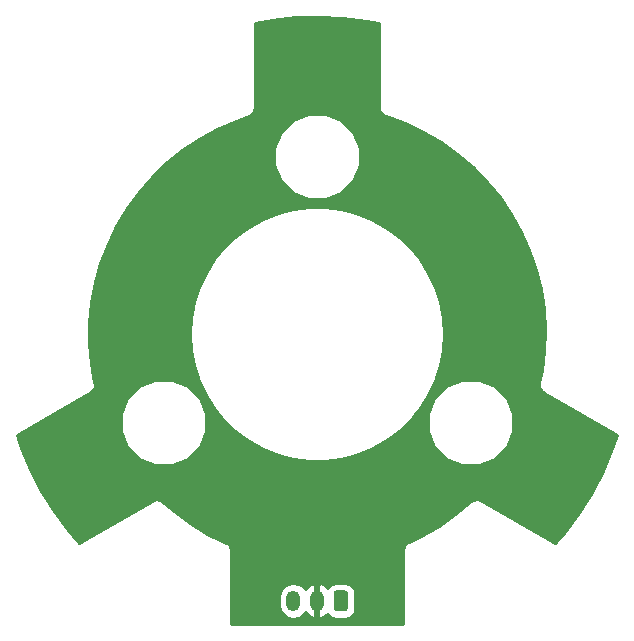
<source format=gbr>
G04 #@! TF.GenerationSoftware,KiCad,Pcbnew,(5.0.1-3-g963ef8bb5)*
G04 #@! TF.CreationDate,2019-08-29T11:39:49+02:00*
G04 #@! TF.ProjectId,crecol_encoder,637265636F6C5F656E636F6465722E6B,rev?*
G04 #@! TF.SameCoordinates,Original*
G04 #@! TF.FileFunction,Copper,L1,Top,Signal*
G04 #@! TF.FilePolarity,Positive*
%FSLAX46Y46*%
G04 Gerber Fmt 4.6, Leading zero omitted, Abs format (unit mm)*
G04 Created by KiCad (PCBNEW (5.0.1-3-g963ef8bb5)) date 2019 August 29, Thursday 11:39:49*
%MOMM*%
%LPD*%
G01*
G04 APERTURE LIST*
G04 #@! TA.AperFunction,Conductor*
%ADD10C,0.100000*%
G04 #@! TD*
G04 #@! TA.AperFunction,ComponentPad*
%ADD11C,1.200000*%
G04 #@! TD*
G04 #@! TA.AperFunction,ComponentPad*
%ADD12O,1.200000X1.750000*%
G04 #@! TD*
G04 #@! TA.AperFunction,ViaPad*
%ADD13C,0.800000*%
G04 #@! TD*
G04 #@! TA.AperFunction,Conductor*
%ADD14C,0.254000*%
G04 #@! TD*
G04 APERTURE END LIST*
D10*
G04 #@! TO.N,+3V3*
G04 #@! TO.C,J0*
G36*
X102374505Y-121726204D02*
X102398773Y-121729804D01*
X102422572Y-121735765D01*
X102445671Y-121744030D01*
X102467850Y-121754520D01*
X102488893Y-121767132D01*
X102508599Y-121781747D01*
X102526777Y-121798223D01*
X102543253Y-121816401D01*
X102557868Y-121836107D01*
X102570480Y-121857150D01*
X102580970Y-121879329D01*
X102589235Y-121902428D01*
X102595196Y-121926227D01*
X102598796Y-121950495D01*
X102600000Y-121974999D01*
X102600000Y-123225001D01*
X102598796Y-123249505D01*
X102595196Y-123273773D01*
X102589235Y-123297572D01*
X102580970Y-123320671D01*
X102570480Y-123342850D01*
X102557868Y-123363893D01*
X102543253Y-123383599D01*
X102526777Y-123401777D01*
X102508599Y-123418253D01*
X102488893Y-123432868D01*
X102467850Y-123445480D01*
X102445671Y-123455970D01*
X102422572Y-123464235D01*
X102398773Y-123470196D01*
X102374505Y-123473796D01*
X102350001Y-123475000D01*
X101649999Y-123475000D01*
X101625495Y-123473796D01*
X101601227Y-123470196D01*
X101577428Y-123464235D01*
X101554329Y-123455970D01*
X101532150Y-123445480D01*
X101511107Y-123432868D01*
X101491401Y-123418253D01*
X101473223Y-123401777D01*
X101456747Y-123383599D01*
X101442132Y-123363893D01*
X101429520Y-123342850D01*
X101419030Y-123320671D01*
X101410765Y-123297572D01*
X101404804Y-123273773D01*
X101401204Y-123249505D01*
X101400000Y-123225001D01*
X101400000Y-121974999D01*
X101401204Y-121950495D01*
X101404804Y-121926227D01*
X101410765Y-121902428D01*
X101419030Y-121879329D01*
X101429520Y-121857150D01*
X101442132Y-121836107D01*
X101456747Y-121816401D01*
X101473223Y-121798223D01*
X101491401Y-121781747D01*
X101511107Y-121767132D01*
X101532150Y-121754520D01*
X101554329Y-121744030D01*
X101577428Y-121735765D01*
X101601227Y-121729804D01*
X101625495Y-121726204D01*
X101649999Y-121725000D01*
X102350001Y-121725000D01*
X102374505Y-121726204D01*
X102374505Y-121726204D01*
G37*
D11*
G04 #@! TD*
G04 #@! TO.P,J0,1*
G04 #@! TO.N,+3V3*
X102000000Y-122600000D03*
D12*
G04 #@! TO.P,J0,2*
G04 #@! TO.N,Net-(C0-Pad1)*
X100000000Y-122600000D03*
G04 #@! TO.P,J0,3*
G04 #@! TO.N,GND*
X98000000Y-122600000D03*
G04 #@! TD*
D13*
G04 #@! TO.N,Net-(C0-Pad1)*
X100000000Y-76000000D03*
X100000000Y-74500000D03*
X100000000Y-77500000D03*
X77916352Y-112750000D03*
X122083648Y-112750000D03*
X79215390Y-112000000D03*
X120784610Y-112000000D03*
X80514428Y-111250000D03*
X119485572Y-111250000D03*
X106000000Y-120000000D03*
X94000000Y-120000000D03*
G04 #@! TD*
D14*
G04 #@! TO.N,Net-(C0-Pad1)*
G36*
X102187905Y-73238765D02*
X104190425Y-73478399D01*
X105290000Y-73687636D01*
X105290001Y-80979926D01*
X105331196Y-81187028D01*
X105488120Y-81421881D01*
X105722973Y-81578805D01*
X105802046Y-81594534D01*
X107424037Y-82187314D01*
X108978093Y-82917788D01*
X110461060Y-83783517D01*
X111861194Y-84777642D01*
X113167420Y-85892302D01*
X114369380Y-87118657D01*
X115457579Y-88447019D01*
X116423370Y-89866835D01*
X117259137Y-91366905D01*
X117958240Y-92935318D01*
X118515156Y-94559677D01*
X118925468Y-96227099D01*
X119185933Y-97924405D01*
X119294485Y-99638136D01*
X119250266Y-101354753D01*
X119053035Y-103065761D01*
X118839267Y-104182013D01*
X118814709Y-104254359D01*
X118820233Y-104338642D01*
X118820043Y-104342055D01*
X118822148Y-104405198D01*
X118827391Y-104447846D01*
X118833183Y-104536209D01*
X118872103Y-104615131D01*
X118885784Y-104648473D01*
X118914867Y-104704559D01*
X118920778Y-104713835D01*
X118958110Y-104789536D01*
X119022818Y-104846283D01*
X119030226Y-104854309D01*
X119077035Y-104896739D01*
X119101087Y-104914924D01*
X119116868Y-104928763D01*
X119127873Y-104935117D01*
X119181013Y-104968312D01*
X119216829Y-104986476D01*
X125429336Y-108573269D01*
X124934867Y-109960066D01*
X124117887Y-111801615D01*
X123165134Y-113576712D01*
X122081954Y-115275400D01*
X120873162Y-116889821D01*
X120142176Y-117737456D01*
X114005338Y-114194351D01*
X113998564Y-114187429D01*
X113950538Y-114146383D01*
X113899052Y-114109767D01*
X113844515Y-114077874D01*
X113787360Y-114050955D01*
X113728038Y-114029223D01*
X113667018Y-114012851D01*
X113604786Y-114001968D01*
X113541832Y-113996660D01*
X113478654Y-113996969D01*
X113415755Y-114002893D01*
X113353632Y-114014385D01*
X113292776Y-114031354D01*
X113233670Y-114053665D01*
X113176780Y-114081143D01*
X113122558Y-114113569D01*
X113071434Y-114150686D01*
X113057047Y-114162454D01*
X111720463Y-115285193D01*
X110315306Y-116266557D01*
X108824604Y-117121343D01*
X107774761Y-117620894D01*
X107722972Y-117631195D01*
X107488119Y-117788120D01*
X107331195Y-118022973D01*
X107290000Y-118230075D01*
X107290001Y-124590000D01*
X92710000Y-124590000D01*
X92710000Y-122203364D01*
X96765000Y-122203364D01*
X96765000Y-122996635D01*
X96836656Y-123356872D01*
X97109615Y-123765385D01*
X97518127Y-124038344D01*
X98000000Y-124134195D01*
X98481872Y-124038344D01*
X98890385Y-123765385D01*
X99009167Y-123587615D01*
X99216526Y-123838080D01*
X99644719Y-124064592D01*
X99682391Y-124068462D01*
X99873000Y-123943731D01*
X99873000Y-122727000D01*
X99853000Y-122727000D01*
X99853000Y-122473000D01*
X99873000Y-122473000D01*
X99873000Y-121256269D01*
X100127000Y-121256269D01*
X100127000Y-122473000D01*
X100147000Y-122473000D01*
X100147000Y-122727000D01*
X100127000Y-122727000D01*
X100127000Y-123943731D01*
X100317609Y-124068462D01*
X100355281Y-124064592D01*
X100783474Y-123838080D01*
X100903873Y-123692653D01*
X101015414Y-123859586D01*
X101306564Y-124054127D01*
X101649999Y-124122440D01*
X102350001Y-124122440D01*
X102693436Y-124054127D01*
X102984586Y-123859586D01*
X103179127Y-123568436D01*
X103247440Y-123225001D01*
X103247440Y-121974999D01*
X103179127Y-121631564D01*
X102984586Y-121340414D01*
X102693436Y-121145873D01*
X102350001Y-121077560D01*
X101649999Y-121077560D01*
X101306564Y-121145873D01*
X101015414Y-121340414D01*
X100903873Y-121507347D01*
X100783474Y-121361920D01*
X100355281Y-121135408D01*
X100317609Y-121131538D01*
X100127000Y-121256269D01*
X99873000Y-121256269D01*
X99682391Y-121131538D01*
X99644719Y-121135408D01*
X99216526Y-121361920D01*
X99009167Y-121612385D01*
X98890385Y-121434615D01*
X98481873Y-121161656D01*
X98000000Y-121065805D01*
X97518128Y-121161656D01*
X97109616Y-121434615D01*
X96836656Y-121843127D01*
X96765000Y-122203364D01*
X92710000Y-122203364D01*
X92710000Y-118270074D01*
X92668805Y-118062972D01*
X92511880Y-117828119D01*
X92277027Y-117671195D01*
X92138072Y-117643555D01*
X90717529Y-116945701D01*
X89247891Y-116053451D01*
X87859296Y-115031074D01*
X87078200Y-114360613D01*
X86908263Y-114166837D01*
X86654936Y-114041910D01*
X86373086Y-114023436D01*
X86173132Y-114091311D01*
X79860663Y-117735817D01*
X78906892Y-116614192D01*
X77720563Y-114985902D01*
X76659646Y-113273224D01*
X75730141Y-111485841D01*
X74936410Y-109631789D01*
X74567825Y-108574908D01*
X77679216Y-106778545D01*
X83382619Y-106778545D01*
X83382619Y-108221455D01*
X83934797Y-109554530D01*
X84955089Y-110574822D01*
X86288164Y-111127000D01*
X87731074Y-111127000D01*
X89064149Y-110574822D01*
X90084441Y-109554530D01*
X90636619Y-108221455D01*
X90636619Y-106778545D01*
X90084441Y-105445470D01*
X89064149Y-104425178D01*
X87731074Y-103873000D01*
X86288164Y-103873000D01*
X84955089Y-104425178D01*
X83934797Y-105445470D01*
X83382619Y-106778545D01*
X77679216Y-106778545D01*
X80883133Y-104928763D01*
X81041891Y-104789536D01*
X81166817Y-104536210D01*
X81185291Y-104254359D01*
X81159378Y-104178022D01*
X80861745Y-102476941D01*
X80717325Y-100765850D01*
X80721008Y-100000000D01*
X89245000Y-100000000D01*
X89329806Y-101347959D01*
X89582888Y-102674660D01*
X90000254Y-103959180D01*
X90575322Y-105181261D01*
X91299022Y-106321630D01*
X92159942Y-107362304D01*
X93144505Y-108286870D01*
X94237183Y-109080747D01*
X95420744Y-109731415D01*
X96676522Y-110228613D01*
X97984714Y-110564499D01*
X99324688Y-110733777D01*
X100675312Y-110733777D01*
X102015286Y-110564499D01*
X103323478Y-110228613D01*
X104579256Y-109731415D01*
X105762817Y-109080747D01*
X106855495Y-108286870D01*
X107840058Y-107362304D01*
X108322985Y-106778545D01*
X109363381Y-106778545D01*
X109363381Y-108221455D01*
X109915559Y-109554530D01*
X110935851Y-110574822D01*
X112268926Y-111127000D01*
X113711836Y-111127000D01*
X115044911Y-110574822D01*
X116065203Y-109554530D01*
X116617381Y-108221455D01*
X116617381Y-106778545D01*
X116065203Y-105445470D01*
X115044911Y-104425178D01*
X113711836Y-103873000D01*
X112268926Y-103873000D01*
X110935851Y-104425178D01*
X109915559Y-105445470D01*
X109363381Y-106778545D01*
X108322985Y-106778545D01*
X108700978Y-106321630D01*
X109424678Y-105181261D01*
X109999746Y-103959180D01*
X110417112Y-102674660D01*
X110670194Y-101347959D01*
X110755000Y-100000000D01*
X110670194Y-98652041D01*
X110417112Y-97325340D01*
X109999746Y-96040820D01*
X109424678Y-94818739D01*
X108700978Y-93678370D01*
X107840058Y-92637696D01*
X106855495Y-91713130D01*
X105762817Y-90919253D01*
X104579256Y-90268585D01*
X103323478Y-89771387D01*
X102015286Y-89435501D01*
X100675312Y-89266223D01*
X99324688Y-89266223D01*
X97984714Y-89435501D01*
X96676522Y-89771387D01*
X95420744Y-90268585D01*
X94237183Y-90919253D01*
X93144505Y-91713130D01*
X92159942Y-92637696D01*
X91299022Y-93678370D01*
X90575322Y-94818739D01*
X90000254Y-96040820D01*
X89582888Y-97325340D01*
X89329806Y-98652041D01*
X89245000Y-100000000D01*
X80721008Y-100000000D01*
X80725584Y-99048695D01*
X80886454Y-97339087D01*
X81198665Y-95650533D01*
X81659741Y-93996416D01*
X82266031Y-92389846D01*
X83012740Y-90843522D01*
X83893949Y-89369702D01*
X84902689Y-87980046D01*
X86030960Y-86685570D01*
X87269843Y-85496512D01*
X88609514Y-84422294D01*
X88825673Y-84278545D01*
X96373000Y-84278545D01*
X96373000Y-85721455D01*
X96925178Y-87054530D01*
X97945470Y-88074822D01*
X99278545Y-88627000D01*
X100721455Y-88627000D01*
X102054530Y-88074822D01*
X103074822Y-87054530D01*
X103627000Y-85721455D01*
X103627000Y-84278545D01*
X103074822Y-82945470D01*
X102054530Y-81925178D01*
X100721455Y-81373000D01*
X99278545Y-81373000D01*
X97945470Y-81925178D01*
X96925178Y-82945470D01*
X96373000Y-84278545D01*
X88825673Y-84278545D01*
X90039377Y-83471417D01*
X91548116Y-82651405D01*
X93128514Y-81966706D01*
X94202098Y-81593709D01*
X94277028Y-81578805D01*
X94347261Y-81531877D01*
X94350308Y-81530337D01*
X94403939Y-81496943D01*
X94438247Y-81471082D01*
X94511881Y-81421881D01*
X94560767Y-81348717D01*
X94582804Y-81320196D01*
X94616834Y-81266966D01*
X94621911Y-81257210D01*
X94668805Y-81187028D01*
X94685596Y-81102613D01*
X94688842Y-81092186D01*
X94702183Y-81030433D01*
X94705905Y-81000512D01*
X94710000Y-80979926D01*
X94710000Y-80967222D01*
X94712178Y-80904600D01*
X94710000Y-80864507D01*
X94710000Y-73690914D01*
X96158236Y-73425737D01*
X98161547Y-73212490D01*
X100175226Y-73150049D01*
X102187905Y-73238765D01*
X102187905Y-73238765D01*
G37*
X102187905Y-73238765D02*
X104190425Y-73478399D01*
X105290000Y-73687636D01*
X105290001Y-80979926D01*
X105331196Y-81187028D01*
X105488120Y-81421881D01*
X105722973Y-81578805D01*
X105802046Y-81594534D01*
X107424037Y-82187314D01*
X108978093Y-82917788D01*
X110461060Y-83783517D01*
X111861194Y-84777642D01*
X113167420Y-85892302D01*
X114369380Y-87118657D01*
X115457579Y-88447019D01*
X116423370Y-89866835D01*
X117259137Y-91366905D01*
X117958240Y-92935318D01*
X118515156Y-94559677D01*
X118925468Y-96227099D01*
X119185933Y-97924405D01*
X119294485Y-99638136D01*
X119250266Y-101354753D01*
X119053035Y-103065761D01*
X118839267Y-104182013D01*
X118814709Y-104254359D01*
X118820233Y-104338642D01*
X118820043Y-104342055D01*
X118822148Y-104405198D01*
X118827391Y-104447846D01*
X118833183Y-104536209D01*
X118872103Y-104615131D01*
X118885784Y-104648473D01*
X118914867Y-104704559D01*
X118920778Y-104713835D01*
X118958110Y-104789536D01*
X119022818Y-104846283D01*
X119030226Y-104854309D01*
X119077035Y-104896739D01*
X119101087Y-104914924D01*
X119116868Y-104928763D01*
X119127873Y-104935117D01*
X119181013Y-104968312D01*
X119216829Y-104986476D01*
X125429336Y-108573269D01*
X124934867Y-109960066D01*
X124117887Y-111801615D01*
X123165134Y-113576712D01*
X122081954Y-115275400D01*
X120873162Y-116889821D01*
X120142176Y-117737456D01*
X114005338Y-114194351D01*
X113998564Y-114187429D01*
X113950538Y-114146383D01*
X113899052Y-114109767D01*
X113844515Y-114077874D01*
X113787360Y-114050955D01*
X113728038Y-114029223D01*
X113667018Y-114012851D01*
X113604786Y-114001968D01*
X113541832Y-113996660D01*
X113478654Y-113996969D01*
X113415755Y-114002893D01*
X113353632Y-114014385D01*
X113292776Y-114031354D01*
X113233670Y-114053665D01*
X113176780Y-114081143D01*
X113122558Y-114113569D01*
X113071434Y-114150686D01*
X113057047Y-114162454D01*
X111720463Y-115285193D01*
X110315306Y-116266557D01*
X108824604Y-117121343D01*
X107774761Y-117620894D01*
X107722972Y-117631195D01*
X107488119Y-117788120D01*
X107331195Y-118022973D01*
X107290000Y-118230075D01*
X107290001Y-124590000D01*
X92710000Y-124590000D01*
X92710000Y-122203364D01*
X96765000Y-122203364D01*
X96765000Y-122996635D01*
X96836656Y-123356872D01*
X97109615Y-123765385D01*
X97518127Y-124038344D01*
X98000000Y-124134195D01*
X98481872Y-124038344D01*
X98890385Y-123765385D01*
X99009167Y-123587615D01*
X99216526Y-123838080D01*
X99644719Y-124064592D01*
X99682391Y-124068462D01*
X99873000Y-123943731D01*
X99873000Y-122727000D01*
X99853000Y-122727000D01*
X99853000Y-122473000D01*
X99873000Y-122473000D01*
X99873000Y-121256269D01*
X100127000Y-121256269D01*
X100127000Y-122473000D01*
X100147000Y-122473000D01*
X100147000Y-122727000D01*
X100127000Y-122727000D01*
X100127000Y-123943731D01*
X100317609Y-124068462D01*
X100355281Y-124064592D01*
X100783474Y-123838080D01*
X100903873Y-123692653D01*
X101015414Y-123859586D01*
X101306564Y-124054127D01*
X101649999Y-124122440D01*
X102350001Y-124122440D01*
X102693436Y-124054127D01*
X102984586Y-123859586D01*
X103179127Y-123568436D01*
X103247440Y-123225001D01*
X103247440Y-121974999D01*
X103179127Y-121631564D01*
X102984586Y-121340414D01*
X102693436Y-121145873D01*
X102350001Y-121077560D01*
X101649999Y-121077560D01*
X101306564Y-121145873D01*
X101015414Y-121340414D01*
X100903873Y-121507347D01*
X100783474Y-121361920D01*
X100355281Y-121135408D01*
X100317609Y-121131538D01*
X100127000Y-121256269D01*
X99873000Y-121256269D01*
X99682391Y-121131538D01*
X99644719Y-121135408D01*
X99216526Y-121361920D01*
X99009167Y-121612385D01*
X98890385Y-121434615D01*
X98481873Y-121161656D01*
X98000000Y-121065805D01*
X97518128Y-121161656D01*
X97109616Y-121434615D01*
X96836656Y-121843127D01*
X96765000Y-122203364D01*
X92710000Y-122203364D01*
X92710000Y-118270074D01*
X92668805Y-118062972D01*
X92511880Y-117828119D01*
X92277027Y-117671195D01*
X92138072Y-117643555D01*
X90717529Y-116945701D01*
X89247891Y-116053451D01*
X87859296Y-115031074D01*
X87078200Y-114360613D01*
X86908263Y-114166837D01*
X86654936Y-114041910D01*
X86373086Y-114023436D01*
X86173132Y-114091311D01*
X79860663Y-117735817D01*
X78906892Y-116614192D01*
X77720563Y-114985902D01*
X76659646Y-113273224D01*
X75730141Y-111485841D01*
X74936410Y-109631789D01*
X74567825Y-108574908D01*
X77679216Y-106778545D01*
X83382619Y-106778545D01*
X83382619Y-108221455D01*
X83934797Y-109554530D01*
X84955089Y-110574822D01*
X86288164Y-111127000D01*
X87731074Y-111127000D01*
X89064149Y-110574822D01*
X90084441Y-109554530D01*
X90636619Y-108221455D01*
X90636619Y-106778545D01*
X90084441Y-105445470D01*
X89064149Y-104425178D01*
X87731074Y-103873000D01*
X86288164Y-103873000D01*
X84955089Y-104425178D01*
X83934797Y-105445470D01*
X83382619Y-106778545D01*
X77679216Y-106778545D01*
X80883133Y-104928763D01*
X81041891Y-104789536D01*
X81166817Y-104536210D01*
X81185291Y-104254359D01*
X81159378Y-104178022D01*
X80861745Y-102476941D01*
X80717325Y-100765850D01*
X80721008Y-100000000D01*
X89245000Y-100000000D01*
X89329806Y-101347959D01*
X89582888Y-102674660D01*
X90000254Y-103959180D01*
X90575322Y-105181261D01*
X91299022Y-106321630D01*
X92159942Y-107362304D01*
X93144505Y-108286870D01*
X94237183Y-109080747D01*
X95420744Y-109731415D01*
X96676522Y-110228613D01*
X97984714Y-110564499D01*
X99324688Y-110733777D01*
X100675312Y-110733777D01*
X102015286Y-110564499D01*
X103323478Y-110228613D01*
X104579256Y-109731415D01*
X105762817Y-109080747D01*
X106855495Y-108286870D01*
X107840058Y-107362304D01*
X108322985Y-106778545D01*
X109363381Y-106778545D01*
X109363381Y-108221455D01*
X109915559Y-109554530D01*
X110935851Y-110574822D01*
X112268926Y-111127000D01*
X113711836Y-111127000D01*
X115044911Y-110574822D01*
X116065203Y-109554530D01*
X116617381Y-108221455D01*
X116617381Y-106778545D01*
X116065203Y-105445470D01*
X115044911Y-104425178D01*
X113711836Y-103873000D01*
X112268926Y-103873000D01*
X110935851Y-104425178D01*
X109915559Y-105445470D01*
X109363381Y-106778545D01*
X108322985Y-106778545D01*
X108700978Y-106321630D01*
X109424678Y-105181261D01*
X109999746Y-103959180D01*
X110417112Y-102674660D01*
X110670194Y-101347959D01*
X110755000Y-100000000D01*
X110670194Y-98652041D01*
X110417112Y-97325340D01*
X109999746Y-96040820D01*
X109424678Y-94818739D01*
X108700978Y-93678370D01*
X107840058Y-92637696D01*
X106855495Y-91713130D01*
X105762817Y-90919253D01*
X104579256Y-90268585D01*
X103323478Y-89771387D01*
X102015286Y-89435501D01*
X100675312Y-89266223D01*
X99324688Y-89266223D01*
X97984714Y-89435501D01*
X96676522Y-89771387D01*
X95420744Y-90268585D01*
X94237183Y-90919253D01*
X93144505Y-91713130D01*
X92159942Y-92637696D01*
X91299022Y-93678370D01*
X90575322Y-94818739D01*
X90000254Y-96040820D01*
X89582888Y-97325340D01*
X89329806Y-98652041D01*
X89245000Y-100000000D01*
X80721008Y-100000000D01*
X80725584Y-99048695D01*
X80886454Y-97339087D01*
X81198665Y-95650533D01*
X81659741Y-93996416D01*
X82266031Y-92389846D01*
X83012740Y-90843522D01*
X83893949Y-89369702D01*
X84902689Y-87980046D01*
X86030960Y-86685570D01*
X87269843Y-85496512D01*
X88609514Y-84422294D01*
X88825673Y-84278545D01*
X96373000Y-84278545D01*
X96373000Y-85721455D01*
X96925178Y-87054530D01*
X97945470Y-88074822D01*
X99278545Y-88627000D01*
X100721455Y-88627000D01*
X102054530Y-88074822D01*
X103074822Y-87054530D01*
X103627000Y-85721455D01*
X103627000Y-84278545D01*
X103074822Y-82945470D01*
X102054530Y-81925178D01*
X100721455Y-81373000D01*
X99278545Y-81373000D01*
X97945470Y-81925178D01*
X96925178Y-82945470D01*
X96373000Y-84278545D01*
X88825673Y-84278545D01*
X90039377Y-83471417D01*
X91548116Y-82651405D01*
X93128514Y-81966706D01*
X94202098Y-81593709D01*
X94277028Y-81578805D01*
X94347261Y-81531877D01*
X94350308Y-81530337D01*
X94403939Y-81496943D01*
X94438247Y-81471082D01*
X94511881Y-81421881D01*
X94560767Y-81348717D01*
X94582804Y-81320196D01*
X94616834Y-81266966D01*
X94621911Y-81257210D01*
X94668805Y-81187028D01*
X94685596Y-81102613D01*
X94688842Y-81092186D01*
X94702183Y-81030433D01*
X94705905Y-81000512D01*
X94710000Y-80979926D01*
X94710000Y-80967222D01*
X94712178Y-80904600D01*
X94710000Y-80864507D01*
X94710000Y-73690914D01*
X96158236Y-73425737D01*
X98161547Y-73212490D01*
X100175226Y-73150049D01*
X102187905Y-73238765D01*
G04 #@! TD*
M02*

</source>
